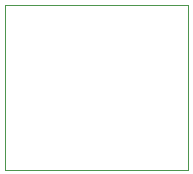
<source format=gm1>
%TF.GenerationSoftware,KiCad,Pcbnew,(5.1.10)-1*%
%TF.CreationDate,2021-11-11T05:25:20-05:00*%
%TF.ProjectId,SMA-HDRS,534d412d-4844-4525-932e-6b696361645f,rev?*%
%TF.SameCoordinates,Original*%
%TF.FileFunction,Profile,NP*%
%FSLAX46Y46*%
G04 Gerber Fmt 4.6, Leading zero omitted, Abs format (unit mm)*
G04 Created by KiCad (PCBNEW (5.1.10)-1) date 2021-11-11 05:25:20*
%MOMM*%
%LPD*%
G01*
G04 APERTURE LIST*
%TA.AperFunction,Profile*%
%ADD10C,0.050000*%
%TD*%
G04 APERTURE END LIST*
D10*
X43440000Y-36830000D02*
X43440000Y-22860000D01*
X27940000Y-36830000D02*
X43440000Y-36830000D01*
X27940000Y-22860000D02*
X27940000Y-36830000D01*
X27940000Y-22860000D02*
X43440000Y-22860000D01*
M02*

</source>
